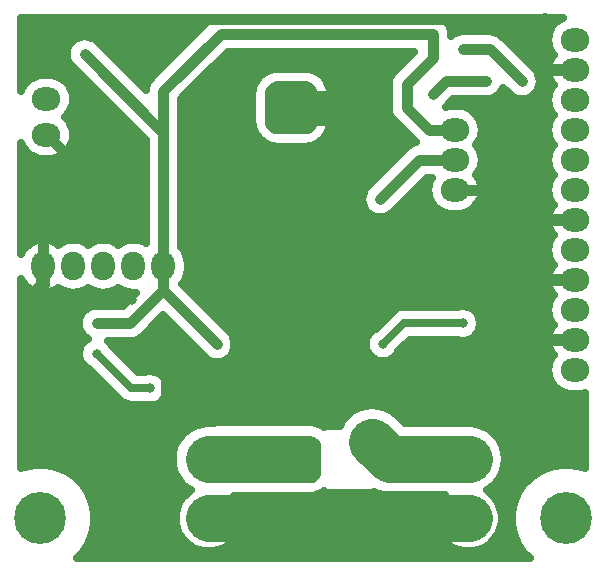
<source format=gbl>
G04 #@! TF.GenerationSoftware,KiCad,Pcbnew,5.0.2+dfsg1-1~bpo9+1*
G04 #@! TF.CreationDate,2019-05-11T00:02:52+03:00*
G04 #@! TF.ProjectId,dled-esp32-controller,646c6564-2d65-4737-9033-322d636f6e74,rev?*
G04 #@! TF.SameCoordinates,Original*
G04 #@! TF.FileFunction,Copper,L2,Bot*
G04 #@! TF.FilePolarity,Positive*
%FSLAX46Y46*%
G04 Gerber Fmt 4.6, Leading zero omitted, Abs format (unit mm)*
G04 Created by KiCad (PCBNEW 5.0.2+dfsg1-1~bpo9+1) date Sb 11 mai 2019 00:02:52 +0300*
%MOMM*%
%LPD*%
G01*
G04 APERTURE LIST*
G04 #@! TA.AperFunction,ComponentPad*
%ADD10O,2.400000X2.000000*%
G04 #@! TD*
G04 #@! TA.AperFunction,ComponentPad*
%ADD11C,3.500000*%
G04 #@! TD*
G04 #@! TA.AperFunction,ComponentPad*
%ADD12O,2.000000X2.400000*%
G04 #@! TD*
G04 #@! TA.AperFunction,Conductor*
%ADD13C,0.100000*%
G04 #@! TD*
G04 #@! TA.AperFunction,ComponentPad*
%ADD14C,4.500000*%
G04 #@! TD*
G04 #@! TA.AperFunction,WasherPad*
%ADD15C,4.400000*%
G04 #@! TD*
G04 #@! TA.AperFunction,ViaPad*
%ADD16C,0.800000*%
G04 #@! TD*
G04 #@! TA.AperFunction,ViaPad*
%ADD17C,1.200000*%
G04 #@! TD*
G04 #@! TA.AperFunction,ViaPad*
%ADD18C,2.300000*%
G04 #@! TD*
G04 #@! TA.AperFunction,Conductor*
%ADD19C,3.000000*%
G04 #@! TD*
G04 #@! TA.AperFunction,Conductor*
%ADD20C,4.000000*%
G04 #@! TD*
G04 #@! TA.AperFunction,Conductor*
%ADD21C,1.000000*%
G04 #@! TD*
G04 #@! TA.AperFunction,Conductor*
%ADD22C,0.900000*%
G04 #@! TD*
G04 #@! TA.AperFunction,Conductor*
%ADD23C,0.640000*%
G04 #@! TD*
G04 #@! TA.AperFunction,Conductor*
%ADD24C,1.200000*%
G04 #@! TD*
G04 #@! TA.AperFunction,Conductor*
%ADD25C,0.700000*%
G04 #@! TD*
G04 #@! TA.AperFunction,Conductor*
%ADD26C,0.254000*%
G04 #@! TD*
G04 APERTURE END LIST*
D10*
G04 #@! TO.P,J5,3*
G04 #@! TO.N,/LEDo2*
X73000000Y-82940000D03*
G04 #@! TO.P,J5,2*
G04 #@! TO.N,GND*
X73000000Y-80400000D03*
G04 #@! TO.P,J5,1*
G04 #@! TO.N,/LEDo1*
X73000000Y-77860000D03*
G04 #@! TD*
G04 #@! TO.P,J2,3*
G04 #@! TO.N,GND*
X73000000Y-70240000D03*
G04 #@! TO.P,J2,2*
G04 #@! TO.N,/U0RXD*
X73000000Y-67700000D03*
G04 #@! TO.P,J2,1*
G04 #@! TO.N,/U0TXD*
X73000000Y-65160000D03*
G04 #@! TD*
D11*
G04 #@! TO.P,J8,2*
G04 #@! TO.N,+5VL*
X64000000Y-90500000D03*
G04 #@! TO.P,J8,1*
G04 #@! TO.N,GND*
X64000000Y-95500000D03*
G04 #@! TD*
G04 #@! TO.P,J9,2*
G04 #@! TO.N,GND*
X42000000Y-95500000D03*
G04 #@! TO.P,J9,1*
G04 #@! TO.N,+5V*
X42000000Y-90500000D03*
G04 #@! TD*
D12*
G04 #@! TO.P,J6,1*
G04 #@! TO.N,GND*
X28000000Y-74160000D03*
G04 #@! TO.P,J6,2*
G04 #@! TO.N,/32*
X30540000Y-74160000D03*
G04 #@! TO.P,J6,3*
G04 #@! TO.N,/33*
X33080000Y-74160000D03*
G04 #@! TO.P,J6,4*
G04 #@! TO.N,/25*
X35620000Y-74160000D03*
G04 #@! TO.P,J6,5*
G04 #@! TO.N,+3V3*
X38160000Y-74160000D03*
G04 #@! TD*
D13*
G04 #@! TO.N,GND*
G04 #@! TO.C,U1*
G36*
X50235269Y-58500417D02*
X50344477Y-58516617D01*
X50451570Y-58543442D01*
X50555519Y-58580636D01*
X50655321Y-58627839D01*
X50750017Y-58684597D01*
X50838692Y-58750363D01*
X50920495Y-58824505D01*
X50994637Y-58906308D01*
X51060403Y-58994983D01*
X51117161Y-59089679D01*
X51164364Y-59189481D01*
X51201558Y-59293430D01*
X51228383Y-59400523D01*
X51244583Y-59509731D01*
X51250000Y-59620000D01*
X51250000Y-61870000D01*
X51244583Y-61980269D01*
X51228383Y-62089477D01*
X51201558Y-62196570D01*
X51164364Y-62300519D01*
X51117161Y-62400321D01*
X51060403Y-62495017D01*
X50994637Y-62583692D01*
X50920495Y-62665495D01*
X50838692Y-62739637D01*
X50750017Y-62805403D01*
X50655321Y-62862161D01*
X50555519Y-62909364D01*
X50451570Y-62946558D01*
X50344477Y-62973383D01*
X50235269Y-62989583D01*
X50125000Y-62995000D01*
X47875000Y-62995000D01*
X47764731Y-62989583D01*
X47655523Y-62973383D01*
X47548430Y-62946558D01*
X47444481Y-62909364D01*
X47344679Y-62862161D01*
X47249983Y-62805403D01*
X47161308Y-62739637D01*
X47079505Y-62665495D01*
X47005363Y-62583692D01*
X46939597Y-62495017D01*
X46882839Y-62400321D01*
X46835636Y-62300519D01*
X46798442Y-62196570D01*
X46771617Y-62089477D01*
X46755417Y-61980269D01*
X46750000Y-61870000D01*
X46750000Y-59620000D01*
X46755417Y-59509731D01*
X46771617Y-59400523D01*
X46798442Y-59293430D01*
X46835636Y-59189481D01*
X46882839Y-59089679D01*
X46939597Y-58994983D01*
X47005363Y-58906308D01*
X47079505Y-58824505D01*
X47161308Y-58750363D01*
X47249983Y-58684597D01*
X47344679Y-58627839D01*
X47444481Y-58580636D01*
X47548430Y-58543442D01*
X47655523Y-58516617D01*
X47764731Y-58500417D01*
X47875000Y-58495000D01*
X50125000Y-58495000D01*
X50235269Y-58500417D01*
X50235269Y-58500417D01*
G37*
D14*
G04 #@! TD*
G04 #@! TO.P,U1,39*
G04 #@! TO.N,GND*
X49000000Y-60745000D03*
D15*
G04 #@! TO.P,H1,*
G04 #@! TO.N,*
X27750000Y-95500000D03*
G04 #@! TD*
G04 #@! TO.P,H2,*
G04 #@! TO.N,*
X72250000Y-95500000D03*
G04 #@! TD*
D10*
G04 #@! TO.P,J1,1*
G04 #@! TO.N,+3V3*
X73000000Y-55000000D03*
G04 #@! TO.P,J1,2*
G04 #@! TO.N,GND*
X73000000Y-57540000D03*
G04 #@! TO.P,J1,3*
G04 #@! TO.N,/SCL*
X73000000Y-60080000D03*
G04 #@! TO.P,J1,4*
G04 #@! TO.N,/SDA*
X73000000Y-62620000D03*
G04 #@! TD*
G04 #@! TO.P,J3,1*
G04 #@! TO.N,/Boot*
X73000000Y-72780000D03*
G04 #@! TO.P,J3,2*
G04 #@! TO.N,GND*
X73000000Y-75320000D03*
G04 #@! TD*
G04 #@! TO.P,J4,1*
G04 #@! TO.N,/Reset*
X28250000Y-60000000D03*
G04 #@! TO.P,J4,2*
G04 #@! TO.N,GND*
X28250000Y-63040000D03*
G04 #@! TD*
G04 #@! TO.P,J7,1*
G04 #@! TO.N,+3V3*
X62840000Y-62620000D03*
G04 #@! TO.P,J7,2*
G04 #@! TO.N,/IO4*
X62840000Y-65160000D03*
G04 #@! TO.P,J7,3*
G04 #@! TO.N,GND*
X62840000Y-67700000D03*
G04 #@! TD*
D16*
G04 #@! TO.N,GND*
X31500000Y-53800000D03*
X44290000Y-74000000D03*
X44290000Y-80750000D03*
X30750000Y-77000000D03*
X53000000Y-60745000D03*
X55250000Y-64500000D03*
X44750000Y-64500000D03*
D17*
X48000000Y-94500000D03*
X53000000Y-94500000D03*
X50500000Y-94500000D03*
X55500000Y-94500000D03*
X58000000Y-94500000D03*
X60500000Y-94500000D03*
X58000000Y-96500000D03*
X55500000Y-96500000D03*
X53000000Y-96500000D03*
X50500000Y-96500000D03*
X48000000Y-96500000D03*
X45500000Y-96500000D03*
X45500000Y-94500000D03*
X60500000Y-96500000D03*
D16*
X70500000Y-53245000D03*
X38500000Y-87500000D03*
X27250000Y-86500000D03*
X30750000Y-86500000D03*
X27250000Y-77000000D03*
X29000000Y-77000000D03*
X34300000Y-91250000D03*
X29000000Y-86500000D03*
X50500000Y-80750000D03*
X56750000Y-82500000D03*
X70500000Y-86750000D03*
X67500000Y-86750000D03*
X73500000Y-86750000D03*
X62000000Y-72000000D03*
X53000000Y-74000000D03*
X50500000Y-76500000D03*
X42000000Y-71710000D03*
X42000000Y-76500000D03*
X70540000Y-57540000D03*
X64750000Y-80750000D03*
X63500000Y-77330000D03*
X35500000Y-82500000D03*
X35500000Y-77000000D03*
X38500000Y-84500000D03*
X67000000Y-67700000D03*
X31500000Y-58800000D03*
X44750000Y-53245000D03*
X55250000Y-53245000D03*
X31500000Y-63250000D03*
X44750000Y-57500000D03*
X55250000Y-57500000D03*
G04 #@! TO.N,+3V3*
X31500000Y-56200000D03*
X42700000Y-80750000D03*
X61000000Y-54500000D03*
X32500000Y-79000000D03*
D17*
G04 #@! TO.N,+5VL*
X60500000Y-91500000D03*
X60500000Y-89500000D03*
D18*
X55850000Y-89000000D03*
D17*
X58750000Y-91500000D03*
X58750000Y-89500000D03*
D16*
G04 #@! TO.N,+5V*
X37000000Y-84500000D03*
D17*
X48000000Y-89500000D03*
X50500000Y-89500000D03*
X45500000Y-91500000D03*
X45500000Y-89500000D03*
D16*
X32500000Y-81550000D03*
G04 #@! TO.N,/SCL*
X63500000Y-55785000D03*
X68500000Y-58500000D03*
G04 #@! TO.N,/SDA*
X61000000Y-59595000D03*
X65500000Y-58500000D03*
G04 #@! TO.N,Net-(R5-Pad2)*
X56750000Y-80750000D03*
X63500000Y-79000000D03*
G04 #@! TO.N,/IO4*
X56500000Y-68500000D03*
G04 #@! TD*
D19*
G04 #@! TO.N,GND*
X49000000Y-60745000D02*
X53000000Y-60745000D01*
D20*
X64000000Y-95500000D02*
X42000000Y-95500000D01*
D21*
X70510000Y-70240000D02*
X70500000Y-70250000D01*
X73000000Y-70240000D02*
X70510000Y-70240000D01*
X70500000Y-75350000D02*
X70500000Y-74000000D01*
X73000000Y-57540000D02*
X70540000Y-57540000D01*
X70500000Y-57500000D02*
X70500000Y-53245000D01*
X70500000Y-74000000D02*
X70500000Y-70250000D01*
X70500000Y-75320000D02*
X70500000Y-80400000D01*
X73000000Y-75320000D02*
X70500000Y-75320000D01*
X73000000Y-80400000D02*
X70500000Y-80400000D01*
X27250000Y-77000000D02*
X27250000Y-86500000D01*
X38500000Y-82500000D02*
X38500000Y-84500000D01*
X36500000Y-91250000D02*
X34300000Y-91250000D01*
X38500000Y-89250000D02*
X36500000Y-91250000D01*
X44290000Y-81960000D02*
X44290000Y-80750000D01*
X43750000Y-82500000D02*
X44290000Y-81960000D01*
X38500000Y-82500000D02*
X43750000Y-82500000D01*
D22*
X50500000Y-80750000D02*
X44290000Y-80750000D01*
D23*
X52250000Y-82500000D02*
X50500000Y-80750000D01*
X56750000Y-82500000D02*
X52250000Y-82500000D01*
D22*
X62000000Y-74000000D02*
X70500000Y-74000000D01*
X70500000Y-80400000D02*
X70500000Y-86750000D01*
X70500000Y-86750000D02*
X73500000Y-86750000D01*
X70500000Y-86750000D02*
X67500000Y-86750000D01*
X53000000Y-74000000D02*
X54000000Y-74000000D01*
X44290000Y-74000000D02*
X53000000Y-74000000D01*
X54000000Y-74000000D02*
X62000000Y-74000000D01*
D23*
X42000000Y-76500000D02*
X44290000Y-76500000D01*
D21*
X44290000Y-76500000D02*
X44290000Y-80750000D01*
X44290000Y-74000000D02*
X44290000Y-76500000D01*
X70540000Y-57540000D02*
X70500000Y-57500000D01*
D24*
X28000000Y-74160000D02*
X28000000Y-75750000D01*
X27250000Y-76500000D02*
X27250000Y-77000000D01*
X28000000Y-75750000D02*
X27250000Y-76500000D01*
D21*
X38500000Y-84500000D02*
X38500000Y-89250000D01*
D22*
X62000000Y-72000000D02*
X62000000Y-74000000D01*
X70450000Y-67700000D02*
X70500000Y-67750000D01*
X62840000Y-67700000D02*
X65500000Y-67700000D01*
D21*
X70500000Y-67750000D02*
X70500000Y-57500000D01*
X70500000Y-70250000D02*
X70500000Y-67750000D01*
D22*
X65500000Y-67700000D02*
X70450000Y-67700000D01*
X44750000Y-53245000D02*
X55250000Y-53245000D01*
X61442070Y-53245000D02*
X70500000Y-53245000D01*
X55250000Y-53245000D02*
X61442070Y-53245000D01*
X40495000Y-53245000D02*
X40490000Y-53250000D01*
X44750000Y-53245000D02*
X40495000Y-53245000D01*
X32050000Y-53250000D02*
X31500000Y-53800000D01*
X40490000Y-53250000D02*
X32050000Y-53250000D01*
X31500000Y-53800000D02*
X31450000Y-53800000D01*
X31450000Y-53800000D02*
X29500000Y-55750000D01*
X29500000Y-56800000D02*
X31500000Y-58800000D01*
X29500000Y-55750000D02*
X29500000Y-56800000D01*
X28000000Y-74160000D02*
X28000000Y-69750000D01*
X31500000Y-66250000D02*
X31500000Y-63250000D01*
X28000000Y-69750000D02*
X31500000Y-66250000D01*
X31500000Y-63250000D02*
X31500000Y-58800000D01*
X28290000Y-63040000D02*
X31500000Y-66250000D01*
X28250000Y-63040000D02*
X28290000Y-63040000D01*
X53000000Y-66750000D02*
X55250000Y-64500000D01*
X53000000Y-74000000D02*
X53000000Y-66750000D01*
G04 #@! TO.N,+3V3*
X38160000Y-76210000D02*
X42700000Y-80750000D01*
X38160000Y-74160000D02*
X38160000Y-76210000D01*
X35370000Y-79000000D02*
X38160000Y-76210000D01*
X32500000Y-79000000D02*
X35370000Y-79000000D01*
X62840000Y-62620000D02*
X60620000Y-62620000D01*
X60620000Y-62620000D02*
X58750000Y-60750000D01*
X61000000Y-56500000D02*
X58750000Y-58750000D01*
X61000000Y-54500000D02*
X61000000Y-56500000D01*
X58750000Y-60750000D02*
X58750000Y-58750000D01*
X38160000Y-62860000D02*
X31500000Y-56200000D01*
X38160000Y-74160000D02*
X38160000Y-62860000D01*
X61000000Y-54500000D02*
X43000000Y-54500000D01*
X38160000Y-59340000D02*
X38160000Y-62860000D01*
X43000000Y-54500000D02*
X38160000Y-59340000D01*
D20*
G04 #@! TO.N,+5VL*
X57350000Y-90500000D02*
X55850000Y-89000000D01*
X64000000Y-90500000D02*
X57350000Y-90500000D01*
G04 #@! TO.N,+5V*
X42000000Y-90500000D02*
X49500000Y-90500000D01*
D23*
X35450000Y-84500000D02*
X32500000Y-81550000D01*
X37000000Y-84500000D02*
X35450000Y-84500000D01*
D22*
G04 #@! TO.N,/SCL*
X65785000Y-55785000D02*
X68500000Y-58500000D01*
X63500000Y-55785000D02*
X65785000Y-55785000D01*
G04 #@! TO.N,/SDA*
X62095000Y-58500000D02*
X61000000Y-59595000D01*
X65500000Y-58500000D02*
X62095000Y-58500000D01*
D23*
G04 #@! TO.N,Net-(R5-Pad2)*
X58500000Y-79000000D02*
X56750000Y-80750000D01*
X63500000Y-79000000D02*
X58500000Y-79000000D01*
D22*
G04 #@! TO.N,/IO4*
X59840000Y-65160000D02*
X62840000Y-65160000D01*
X56500000Y-68500000D02*
X59840000Y-65160000D01*
G04 #@! TD*
D25*
G04 #@! TO.N,GND*
G36*
X71655570Y-53287240D02*
X71343417Y-53543417D01*
X71087240Y-53855570D01*
X70896883Y-54211703D01*
X70779662Y-54598130D01*
X70740081Y-55000000D01*
X70779662Y-55401870D01*
X70896883Y-55788297D01*
X71087240Y-56144430D01*
X71190292Y-56270000D01*
X71087240Y-56395570D01*
X70896883Y-56751703D01*
X70779662Y-57138130D01*
X70740081Y-57540000D01*
X70779662Y-57941870D01*
X70896883Y-58328297D01*
X71087240Y-58684430D01*
X71190292Y-58810000D01*
X71087240Y-58935570D01*
X70896883Y-59291703D01*
X70779662Y-59678130D01*
X70740081Y-60080000D01*
X70779662Y-60481870D01*
X70896883Y-60868297D01*
X71087240Y-61224430D01*
X71190292Y-61350000D01*
X71087240Y-61475570D01*
X70896883Y-61831703D01*
X70779662Y-62218130D01*
X70740081Y-62620000D01*
X70779662Y-63021870D01*
X70896883Y-63408297D01*
X71087240Y-63764430D01*
X71190292Y-63890000D01*
X71087240Y-64015570D01*
X70896883Y-64371703D01*
X70779662Y-64758130D01*
X70740081Y-65160000D01*
X70779662Y-65561870D01*
X70896883Y-65948297D01*
X71087240Y-66304430D01*
X71190292Y-66430000D01*
X71087240Y-66555570D01*
X70896883Y-66911703D01*
X70779662Y-67298130D01*
X70740081Y-67700000D01*
X70779662Y-68101870D01*
X70896883Y-68488297D01*
X71087240Y-68844430D01*
X71190292Y-68970000D01*
X71087240Y-69095570D01*
X70896883Y-69451703D01*
X70779662Y-69838130D01*
X70740081Y-70240000D01*
X70779662Y-70641870D01*
X70896883Y-71028297D01*
X71087240Y-71384430D01*
X71190292Y-71510000D01*
X71087240Y-71635570D01*
X70896883Y-71991703D01*
X70779662Y-72378130D01*
X70740081Y-72780000D01*
X70779662Y-73181870D01*
X70896883Y-73568297D01*
X71087240Y-73924430D01*
X71190292Y-74050000D01*
X71087240Y-74175570D01*
X70896883Y-74531703D01*
X70779662Y-74918130D01*
X70740081Y-75320000D01*
X70779662Y-75721870D01*
X70896883Y-76108297D01*
X71087240Y-76464430D01*
X71190292Y-76590000D01*
X71087240Y-76715570D01*
X70896883Y-77071703D01*
X70779662Y-77458130D01*
X70740081Y-77860000D01*
X70779662Y-78261870D01*
X70896883Y-78648297D01*
X71087240Y-79004430D01*
X71190292Y-79130000D01*
X71087240Y-79255570D01*
X70896883Y-79611703D01*
X70779662Y-79998130D01*
X70740081Y-80400000D01*
X70779662Y-80801870D01*
X70896883Y-81188297D01*
X71087240Y-81544430D01*
X71190292Y-81670000D01*
X71087240Y-81795570D01*
X70896883Y-82151703D01*
X70779662Y-82538130D01*
X70740081Y-82940000D01*
X70779662Y-83341870D01*
X70896883Y-83728297D01*
X71087240Y-84084430D01*
X71343417Y-84396583D01*
X71655570Y-84652760D01*
X72011703Y-84843117D01*
X72398130Y-84960338D01*
X72699291Y-84990000D01*
X73300709Y-84990000D01*
X73601870Y-84960338D01*
X73875000Y-84877485D01*
X73875000Y-91248212D01*
X73577186Y-91124853D01*
X72698136Y-90950000D01*
X71801864Y-90950000D01*
X70922814Y-91124853D01*
X70094767Y-91467842D01*
X69349544Y-91965784D01*
X68715784Y-92599544D01*
X68217842Y-93344767D01*
X67874853Y-94172814D01*
X67700000Y-95051864D01*
X67700000Y-95948136D01*
X67874853Y-96827186D01*
X68217842Y-97655233D01*
X68715784Y-98400456D01*
X69190328Y-98875000D01*
X30809672Y-98875000D01*
X31284216Y-98400456D01*
X31782158Y-97655233D01*
X32125147Y-96827186D01*
X32300000Y-95948136D01*
X32300000Y-95051864D01*
X32125147Y-94172814D01*
X31782158Y-93344767D01*
X31284216Y-92599544D01*
X30650456Y-91965784D01*
X29905233Y-91467842D01*
X29077186Y-91124853D01*
X28198136Y-90950000D01*
X27301864Y-90950000D01*
X26422814Y-91124853D01*
X26125000Y-91248212D01*
X26125000Y-90500000D01*
X38935243Y-90500000D01*
X38994131Y-91097904D01*
X39168534Y-91672832D01*
X39451748Y-92202688D01*
X39832890Y-92667110D01*
X40297312Y-93048252D01*
X40481829Y-93146878D01*
X40215104Y-93325098D01*
X39825098Y-93715104D01*
X39518672Y-94173703D01*
X39307602Y-94683270D01*
X39200000Y-95224224D01*
X39200000Y-95775776D01*
X39307602Y-96316730D01*
X39518672Y-96826297D01*
X39825098Y-97284896D01*
X40215104Y-97674902D01*
X40673703Y-97981328D01*
X41183270Y-98192398D01*
X41724224Y-98300000D01*
X42275776Y-98300000D01*
X42816730Y-98192398D01*
X43326297Y-97981328D01*
X43784896Y-97674902D01*
X44174902Y-97284896D01*
X44481328Y-96826297D01*
X44692398Y-96316730D01*
X44800000Y-95775776D01*
X44800000Y-95224224D01*
X44692398Y-94683270D01*
X44481328Y-94173703D01*
X44174902Y-93715104D01*
X44109798Y-93650000D01*
X50500000Y-93650000D01*
X50724353Y-93627903D01*
X51107036Y-93551783D01*
X51521588Y-93380070D01*
X51742481Y-93232474D01*
X51752513Y-93247487D01*
X51866061Y-93323358D01*
X52000000Y-93350000D01*
X55750000Y-93350000D01*
X55893628Y-93319173D01*
X56004837Y-93239913D01*
X56005099Y-93239493D01*
X56177168Y-93331466D01*
X56752096Y-93505869D01*
X57200169Y-93550000D01*
X57200178Y-93550000D01*
X57349999Y-93564756D01*
X57499820Y-93550000D01*
X61990202Y-93550000D01*
X61825098Y-93715104D01*
X61518672Y-94173703D01*
X61307602Y-94683270D01*
X61200000Y-95224224D01*
X61200000Y-95775776D01*
X61307602Y-96316730D01*
X61518672Y-96826297D01*
X61825098Y-97284896D01*
X62215104Y-97674902D01*
X62673703Y-97981328D01*
X63183270Y-98192398D01*
X63724224Y-98300000D01*
X64275776Y-98300000D01*
X64816730Y-98192398D01*
X65326297Y-97981328D01*
X65784896Y-97674902D01*
X66174902Y-97284896D01*
X66481328Y-96826297D01*
X66692398Y-96316730D01*
X66800000Y-95775776D01*
X66800000Y-95224224D01*
X66692398Y-94683270D01*
X66481328Y-94173703D01*
X66174902Y-93715104D01*
X65784896Y-93325098D01*
X65518171Y-93146878D01*
X65702688Y-93048252D01*
X66167110Y-92667110D01*
X66548252Y-92202688D01*
X66831466Y-91672832D01*
X67005869Y-91097904D01*
X67064757Y-90500000D01*
X67005869Y-89902096D01*
X66831466Y-89327168D01*
X66548252Y-88797312D01*
X66167110Y-88332890D01*
X65702688Y-87951748D01*
X65172832Y-87668534D01*
X64597904Y-87494131D01*
X64149831Y-87450000D01*
X58613351Y-87450000D01*
X57900729Y-86737378D01*
X57552688Y-86451748D01*
X57022831Y-86168534D01*
X56447904Y-85994132D01*
X55850000Y-85935244D01*
X55252096Y-85994132D01*
X54677169Y-86168534D01*
X54147312Y-86451748D01*
X53682890Y-86832890D01*
X53301748Y-87297312D01*
X53113233Y-87650000D01*
X52000000Y-87650000D01*
X51866061Y-87676642D01*
X51752513Y-87752513D01*
X51742481Y-87767526D01*
X51521588Y-87619930D01*
X51107036Y-87448217D01*
X50724353Y-87372097D01*
X50500000Y-87350000D01*
X43000000Y-87350000D01*
X42775647Y-87372097D01*
X42392964Y-87448217D01*
X42388659Y-87450000D01*
X41850169Y-87450000D01*
X41402096Y-87494131D01*
X40827168Y-87668534D01*
X40297312Y-87951748D01*
X39832890Y-88332890D01*
X39451748Y-88797312D01*
X39168534Y-89327168D01*
X38994131Y-89902096D01*
X38935243Y-90500000D01*
X26125000Y-90500000D01*
X26125000Y-75200900D01*
X26287240Y-75504430D01*
X26543417Y-75816583D01*
X26855571Y-76072760D01*
X27211704Y-76263117D01*
X27598131Y-76380338D01*
X28000000Y-76419919D01*
X28401870Y-76380338D01*
X28788297Y-76263117D01*
X29144430Y-76072760D01*
X29270000Y-75969707D01*
X29395571Y-76072760D01*
X29751704Y-76263117D01*
X30138131Y-76380338D01*
X30540000Y-76419919D01*
X30941870Y-76380338D01*
X31328297Y-76263117D01*
X31684430Y-76072760D01*
X31810000Y-75969707D01*
X31935571Y-76072760D01*
X32291704Y-76263117D01*
X32678131Y-76380338D01*
X33080000Y-76419919D01*
X33481870Y-76380338D01*
X33868297Y-76263117D01*
X34224430Y-76072760D01*
X34350000Y-75969707D01*
X34475571Y-76072760D01*
X34831704Y-76263117D01*
X35218131Y-76380338D01*
X35620000Y-76419919D01*
X35851569Y-76397111D01*
X34748681Y-77500000D01*
X32426320Y-77500000D01*
X32205949Y-77521705D01*
X31923198Y-77607476D01*
X31662613Y-77746762D01*
X31434208Y-77934208D01*
X31246762Y-78162613D01*
X31107476Y-78423198D01*
X31021705Y-78705949D01*
X30992743Y-79000000D01*
X31021705Y-79294051D01*
X31107476Y-79576802D01*
X31246762Y-79837387D01*
X31434208Y-80065792D01*
X31662613Y-80253238D01*
X31756058Y-80303186D01*
X31575679Y-80423711D01*
X31373711Y-80625679D01*
X31215027Y-80863167D01*
X31105723Y-81127051D01*
X31050000Y-81407187D01*
X31050000Y-81692813D01*
X31105723Y-81972949D01*
X31215027Y-82236833D01*
X31373711Y-82474321D01*
X31575679Y-82676289D01*
X31813167Y-82834973D01*
X31871778Y-82859251D01*
X34433680Y-85421153D01*
X34476577Y-85473423D01*
X34528846Y-85516319D01*
X34528847Y-85516320D01*
X34685186Y-85644624D01*
X34923187Y-85771838D01*
X35181433Y-85850176D01*
X35449999Y-85876628D01*
X35517293Y-85870000D01*
X36518441Y-85870000D01*
X36577051Y-85894277D01*
X36857187Y-85950000D01*
X37142813Y-85950000D01*
X37422949Y-85894277D01*
X37686833Y-85784973D01*
X37924321Y-85626289D01*
X38126289Y-85424321D01*
X38284973Y-85186833D01*
X38394277Y-84922949D01*
X38450000Y-84642813D01*
X38450000Y-84357187D01*
X38394277Y-84077051D01*
X38284973Y-83813167D01*
X38126289Y-83575679D01*
X37924321Y-83373711D01*
X37686833Y-83215027D01*
X37422949Y-83105723D01*
X37142813Y-83050000D01*
X36857187Y-83050000D01*
X36577051Y-83105723D01*
X36518441Y-83130000D01*
X36017473Y-83130000D01*
X33809251Y-80921778D01*
X33784973Y-80863167D01*
X33626289Y-80625679D01*
X33500610Y-80500000D01*
X35296320Y-80500000D01*
X35370000Y-80507257D01*
X35443680Y-80500000D01*
X35664051Y-80478295D01*
X35946802Y-80392524D01*
X36207387Y-80253238D01*
X36435792Y-80065792D01*
X36482769Y-80008550D01*
X38160000Y-78331320D01*
X41691439Y-81862760D01*
X41862613Y-82003238D01*
X42123197Y-82142524D01*
X42405949Y-82228295D01*
X42700000Y-82257257D01*
X42994051Y-82228295D01*
X43276802Y-82142524D01*
X43537387Y-82003238D01*
X43765791Y-81815791D01*
X43953238Y-81587387D01*
X44092524Y-81326802D01*
X44178295Y-81044051D01*
X44207257Y-80750000D01*
X44193191Y-80607187D01*
X55300000Y-80607187D01*
X55300000Y-80892813D01*
X55355723Y-81172949D01*
X55465027Y-81436833D01*
X55623711Y-81674321D01*
X55825679Y-81876289D01*
X56063167Y-82034973D01*
X56327051Y-82144277D01*
X56607187Y-82200000D01*
X56892813Y-82200000D01*
X57172949Y-82144277D01*
X57436833Y-82034973D01*
X57674321Y-81876289D01*
X57876289Y-81674321D01*
X58034973Y-81436833D01*
X58059251Y-81378222D01*
X59067473Y-80370000D01*
X63018441Y-80370000D01*
X63077051Y-80394277D01*
X63357187Y-80450000D01*
X63642813Y-80450000D01*
X63922949Y-80394277D01*
X64186833Y-80284973D01*
X64424321Y-80126289D01*
X64626289Y-79924321D01*
X64784973Y-79686833D01*
X64894277Y-79422949D01*
X64950000Y-79142813D01*
X64950000Y-78857187D01*
X64894277Y-78577051D01*
X64784973Y-78313167D01*
X64626289Y-78075679D01*
X64424321Y-77873711D01*
X64186833Y-77715027D01*
X63922949Y-77605723D01*
X63642813Y-77550000D01*
X63357187Y-77550000D01*
X63077051Y-77605723D01*
X63018441Y-77630000D01*
X58567294Y-77630000D01*
X58500000Y-77623372D01*
X58432706Y-77630000D01*
X58231433Y-77649824D01*
X57973187Y-77728162D01*
X57735186Y-77855376D01*
X57526577Y-78026577D01*
X57483680Y-78078847D01*
X56121778Y-79440749D01*
X56063167Y-79465027D01*
X55825679Y-79623711D01*
X55623711Y-79825679D01*
X55465027Y-80063167D01*
X55355723Y-80327051D01*
X55300000Y-80607187D01*
X44193191Y-80607187D01*
X44178295Y-80455949D01*
X44092524Y-80173197D01*
X43953238Y-79912613D01*
X43812760Y-79741439D01*
X39738881Y-75667562D01*
X39872760Y-75504430D01*
X40063117Y-75148296D01*
X40180338Y-74761869D01*
X40210000Y-74460708D01*
X40210000Y-73859291D01*
X40180338Y-73558130D01*
X40063117Y-73171703D01*
X39872760Y-72815570D01*
X39660000Y-72556321D01*
X39660000Y-62933677D01*
X39667257Y-62859999D01*
X39660000Y-62786320D01*
X39660000Y-59961319D01*
X40001319Y-59620000D01*
X45694920Y-59620000D01*
X45694920Y-61870000D01*
X45736810Y-62295313D01*
X45860869Y-62704280D01*
X46062330Y-63081188D01*
X46333451Y-63411549D01*
X46663812Y-63682670D01*
X47040720Y-63884131D01*
X47449687Y-64008190D01*
X47875000Y-64050080D01*
X50125000Y-64050080D01*
X50550313Y-64008190D01*
X50959280Y-63884131D01*
X51336188Y-63682670D01*
X51666549Y-63411549D01*
X51937670Y-63081188D01*
X52139131Y-62704280D01*
X52263190Y-62295313D01*
X52305080Y-61870000D01*
X52305080Y-59620000D01*
X52263190Y-59194687D01*
X52139131Y-58785720D01*
X51937670Y-58408812D01*
X51666549Y-58078451D01*
X51336188Y-57807330D01*
X50959280Y-57605869D01*
X50550313Y-57481810D01*
X50125000Y-57439920D01*
X47875000Y-57439920D01*
X47449687Y-57481810D01*
X47040720Y-57605869D01*
X46663812Y-57807330D01*
X46333451Y-58078451D01*
X46062330Y-58408812D01*
X45860869Y-58785720D01*
X45736810Y-59194687D01*
X45694920Y-59620000D01*
X40001319Y-59620000D01*
X43621321Y-56000000D01*
X59378680Y-56000000D01*
X57741445Y-57637236D01*
X57684209Y-57684208D01*
X57496763Y-57912613D01*
X57403678Y-58086762D01*
X57357477Y-58173198D01*
X57271705Y-58455949D01*
X57242743Y-58750000D01*
X57250001Y-58823690D01*
X57250000Y-60676319D01*
X57242743Y-60750000D01*
X57258230Y-60907240D01*
X57271705Y-61044050D01*
X57357476Y-61326801D01*
X57496762Y-61587386D01*
X57684208Y-61815792D01*
X57741450Y-61862769D01*
X59507235Y-63628555D01*
X59550487Y-63681258D01*
X59545949Y-63681705D01*
X59263198Y-63767476D01*
X59002613Y-63906762D01*
X58774208Y-64094208D01*
X58727235Y-64151445D01*
X55387241Y-67491440D01*
X55246763Y-67662614D01*
X55107477Y-67923198D01*
X55021705Y-68205949D01*
X54992743Y-68500000D01*
X55021705Y-68794051D01*
X55107477Y-69076802D01*
X55246763Y-69337386D01*
X55434209Y-69565791D01*
X55662614Y-69753237D01*
X55923198Y-69892523D01*
X56205949Y-69978295D01*
X56500000Y-70007257D01*
X56794051Y-69978295D01*
X57076802Y-69892523D01*
X57337386Y-69753237D01*
X57508560Y-69612759D01*
X60461320Y-66660000D01*
X60871421Y-66660000D01*
X60736883Y-66911703D01*
X60619662Y-67298130D01*
X60580081Y-67700000D01*
X60619662Y-68101870D01*
X60736883Y-68488297D01*
X60927240Y-68844430D01*
X61183417Y-69156583D01*
X61495570Y-69412760D01*
X61851703Y-69603117D01*
X62238130Y-69720338D01*
X62539291Y-69750000D01*
X63140709Y-69750000D01*
X63441870Y-69720338D01*
X63828297Y-69603117D01*
X64184430Y-69412760D01*
X64496583Y-69156583D01*
X64752760Y-68844430D01*
X64943117Y-68488297D01*
X65060338Y-68101870D01*
X65099919Y-67700000D01*
X65060338Y-67298130D01*
X64943117Y-66911703D01*
X64752760Y-66555570D01*
X64649708Y-66430000D01*
X64752760Y-66304430D01*
X64943117Y-65948297D01*
X65060338Y-65561870D01*
X65099919Y-65160000D01*
X65060338Y-64758130D01*
X64943117Y-64371703D01*
X64752760Y-64015570D01*
X64649708Y-63890000D01*
X64752760Y-63764430D01*
X64943117Y-63408297D01*
X65060338Y-63021870D01*
X65099919Y-62620000D01*
X65060338Y-62218130D01*
X64943117Y-61831703D01*
X64752760Y-61475570D01*
X64496583Y-61163417D01*
X64184430Y-60907240D01*
X63828297Y-60716883D01*
X63441870Y-60599662D01*
X63140709Y-60570000D01*
X62539291Y-60570000D01*
X62238130Y-60599662D01*
X62063764Y-60652555D01*
X62716320Y-60000000D01*
X65573680Y-60000000D01*
X65794051Y-59978295D01*
X66076802Y-59892524D01*
X66337387Y-59753238D01*
X66565792Y-59565792D01*
X66753238Y-59337387D01*
X66892524Y-59076802D01*
X66907177Y-59028497D01*
X67491439Y-59612759D01*
X67662613Y-59753238D01*
X67923197Y-59892523D01*
X68205949Y-59978295D01*
X68500000Y-60007257D01*
X68794051Y-59978295D01*
X69076802Y-59892523D01*
X69337387Y-59753238D01*
X69565791Y-59565791D01*
X69753238Y-59337387D01*
X69892523Y-59076802D01*
X69978295Y-58794051D01*
X70007257Y-58500000D01*
X69978295Y-58205949D01*
X69892523Y-57923197D01*
X69753238Y-57662613D01*
X69612759Y-57491439D01*
X66897769Y-54776450D01*
X66850792Y-54719208D01*
X66622387Y-54531762D01*
X66361802Y-54392476D01*
X66079051Y-54306705D01*
X65858680Y-54285000D01*
X65785000Y-54277743D01*
X65711320Y-54285000D01*
X63426320Y-54285000D01*
X63205949Y-54306705D01*
X62923198Y-54392476D01*
X62662613Y-54531762D01*
X62500000Y-54665214D01*
X62500000Y-54573680D01*
X62507257Y-54500000D01*
X62478295Y-54205949D01*
X62392524Y-53923198D01*
X62253238Y-53662613D01*
X62065792Y-53434208D01*
X61837387Y-53246762D01*
X61609587Y-53125000D01*
X71959100Y-53125000D01*
X71655570Y-53287240D01*
X71655570Y-53287240D01*
G37*
X71655570Y-53287240D02*
X71343417Y-53543417D01*
X71087240Y-53855570D01*
X70896883Y-54211703D01*
X70779662Y-54598130D01*
X70740081Y-55000000D01*
X70779662Y-55401870D01*
X70896883Y-55788297D01*
X71087240Y-56144430D01*
X71190292Y-56270000D01*
X71087240Y-56395570D01*
X70896883Y-56751703D01*
X70779662Y-57138130D01*
X70740081Y-57540000D01*
X70779662Y-57941870D01*
X70896883Y-58328297D01*
X71087240Y-58684430D01*
X71190292Y-58810000D01*
X71087240Y-58935570D01*
X70896883Y-59291703D01*
X70779662Y-59678130D01*
X70740081Y-60080000D01*
X70779662Y-60481870D01*
X70896883Y-60868297D01*
X71087240Y-61224430D01*
X71190292Y-61350000D01*
X71087240Y-61475570D01*
X70896883Y-61831703D01*
X70779662Y-62218130D01*
X70740081Y-62620000D01*
X70779662Y-63021870D01*
X70896883Y-63408297D01*
X71087240Y-63764430D01*
X71190292Y-63890000D01*
X71087240Y-64015570D01*
X70896883Y-64371703D01*
X70779662Y-64758130D01*
X70740081Y-65160000D01*
X70779662Y-65561870D01*
X70896883Y-65948297D01*
X71087240Y-66304430D01*
X71190292Y-66430000D01*
X71087240Y-66555570D01*
X70896883Y-66911703D01*
X70779662Y-67298130D01*
X70740081Y-67700000D01*
X70779662Y-68101870D01*
X70896883Y-68488297D01*
X71087240Y-68844430D01*
X71190292Y-68970000D01*
X71087240Y-69095570D01*
X70896883Y-69451703D01*
X70779662Y-69838130D01*
X70740081Y-70240000D01*
X70779662Y-70641870D01*
X70896883Y-71028297D01*
X71087240Y-71384430D01*
X71190292Y-71510000D01*
X71087240Y-71635570D01*
X70896883Y-71991703D01*
X70779662Y-72378130D01*
X70740081Y-72780000D01*
X70779662Y-73181870D01*
X70896883Y-73568297D01*
X71087240Y-73924430D01*
X71190292Y-74050000D01*
X71087240Y-74175570D01*
X70896883Y-74531703D01*
X70779662Y-74918130D01*
X70740081Y-75320000D01*
X70779662Y-75721870D01*
X70896883Y-76108297D01*
X71087240Y-76464430D01*
X71190292Y-76590000D01*
X71087240Y-76715570D01*
X70896883Y-77071703D01*
X70779662Y-77458130D01*
X70740081Y-77860000D01*
X70779662Y-78261870D01*
X70896883Y-78648297D01*
X71087240Y-79004430D01*
X71190292Y-79130000D01*
X71087240Y-79255570D01*
X70896883Y-79611703D01*
X70779662Y-79998130D01*
X70740081Y-80400000D01*
X70779662Y-80801870D01*
X70896883Y-81188297D01*
X71087240Y-81544430D01*
X71190292Y-81670000D01*
X71087240Y-81795570D01*
X70896883Y-82151703D01*
X70779662Y-82538130D01*
X70740081Y-82940000D01*
X70779662Y-83341870D01*
X70896883Y-83728297D01*
X71087240Y-84084430D01*
X71343417Y-84396583D01*
X71655570Y-84652760D01*
X72011703Y-84843117D01*
X72398130Y-84960338D01*
X72699291Y-84990000D01*
X73300709Y-84990000D01*
X73601870Y-84960338D01*
X73875000Y-84877485D01*
X73875000Y-91248212D01*
X73577186Y-91124853D01*
X72698136Y-90950000D01*
X71801864Y-90950000D01*
X70922814Y-91124853D01*
X70094767Y-91467842D01*
X69349544Y-91965784D01*
X68715784Y-92599544D01*
X68217842Y-93344767D01*
X67874853Y-94172814D01*
X67700000Y-95051864D01*
X67700000Y-95948136D01*
X67874853Y-96827186D01*
X68217842Y-97655233D01*
X68715784Y-98400456D01*
X69190328Y-98875000D01*
X30809672Y-98875000D01*
X31284216Y-98400456D01*
X31782158Y-97655233D01*
X32125147Y-96827186D01*
X32300000Y-95948136D01*
X32300000Y-95051864D01*
X32125147Y-94172814D01*
X31782158Y-93344767D01*
X31284216Y-92599544D01*
X30650456Y-91965784D01*
X29905233Y-91467842D01*
X29077186Y-91124853D01*
X28198136Y-90950000D01*
X27301864Y-90950000D01*
X26422814Y-91124853D01*
X26125000Y-91248212D01*
X26125000Y-90500000D01*
X38935243Y-90500000D01*
X38994131Y-91097904D01*
X39168534Y-91672832D01*
X39451748Y-92202688D01*
X39832890Y-92667110D01*
X40297312Y-93048252D01*
X40481829Y-93146878D01*
X40215104Y-93325098D01*
X39825098Y-93715104D01*
X39518672Y-94173703D01*
X39307602Y-94683270D01*
X39200000Y-95224224D01*
X39200000Y-95775776D01*
X39307602Y-96316730D01*
X39518672Y-96826297D01*
X39825098Y-97284896D01*
X40215104Y-97674902D01*
X40673703Y-97981328D01*
X41183270Y-98192398D01*
X41724224Y-98300000D01*
X42275776Y-98300000D01*
X42816730Y-98192398D01*
X43326297Y-97981328D01*
X43784896Y-97674902D01*
X44174902Y-97284896D01*
X44481328Y-96826297D01*
X44692398Y-96316730D01*
X44800000Y-95775776D01*
X44800000Y-95224224D01*
X44692398Y-94683270D01*
X44481328Y-94173703D01*
X44174902Y-93715104D01*
X44109798Y-93650000D01*
X50500000Y-93650000D01*
X50724353Y-93627903D01*
X51107036Y-93551783D01*
X51521588Y-93380070D01*
X51742481Y-93232474D01*
X51752513Y-93247487D01*
X51866061Y-93323358D01*
X52000000Y-93350000D01*
X55750000Y-93350000D01*
X55893628Y-93319173D01*
X56004837Y-93239913D01*
X56005099Y-93239493D01*
X56177168Y-93331466D01*
X56752096Y-93505869D01*
X57200169Y-93550000D01*
X57200178Y-93550000D01*
X57349999Y-93564756D01*
X57499820Y-93550000D01*
X61990202Y-93550000D01*
X61825098Y-93715104D01*
X61518672Y-94173703D01*
X61307602Y-94683270D01*
X61200000Y-95224224D01*
X61200000Y-95775776D01*
X61307602Y-96316730D01*
X61518672Y-96826297D01*
X61825098Y-97284896D01*
X62215104Y-97674902D01*
X62673703Y-97981328D01*
X63183270Y-98192398D01*
X63724224Y-98300000D01*
X64275776Y-98300000D01*
X64816730Y-98192398D01*
X65326297Y-97981328D01*
X65784896Y-97674902D01*
X66174902Y-97284896D01*
X66481328Y-96826297D01*
X66692398Y-96316730D01*
X66800000Y-95775776D01*
X66800000Y-95224224D01*
X66692398Y-94683270D01*
X66481328Y-94173703D01*
X66174902Y-93715104D01*
X65784896Y-93325098D01*
X65518171Y-93146878D01*
X65702688Y-93048252D01*
X66167110Y-92667110D01*
X66548252Y-92202688D01*
X66831466Y-91672832D01*
X67005869Y-91097904D01*
X67064757Y-90500000D01*
X67005869Y-89902096D01*
X66831466Y-89327168D01*
X66548252Y-88797312D01*
X66167110Y-88332890D01*
X65702688Y-87951748D01*
X65172832Y-87668534D01*
X64597904Y-87494131D01*
X64149831Y-87450000D01*
X58613351Y-87450000D01*
X57900729Y-86737378D01*
X57552688Y-86451748D01*
X57022831Y-86168534D01*
X56447904Y-85994132D01*
X55850000Y-85935244D01*
X55252096Y-85994132D01*
X54677169Y-86168534D01*
X54147312Y-86451748D01*
X53682890Y-86832890D01*
X53301748Y-87297312D01*
X53113233Y-87650000D01*
X52000000Y-87650000D01*
X51866061Y-87676642D01*
X51752513Y-87752513D01*
X51742481Y-87767526D01*
X51521588Y-87619930D01*
X51107036Y-87448217D01*
X50724353Y-87372097D01*
X50500000Y-87350000D01*
X43000000Y-87350000D01*
X42775647Y-87372097D01*
X42392964Y-87448217D01*
X42388659Y-87450000D01*
X41850169Y-87450000D01*
X41402096Y-87494131D01*
X40827168Y-87668534D01*
X40297312Y-87951748D01*
X39832890Y-88332890D01*
X39451748Y-88797312D01*
X39168534Y-89327168D01*
X38994131Y-89902096D01*
X38935243Y-90500000D01*
X26125000Y-90500000D01*
X26125000Y-75200900D01*
X26287240Y-75504430D01*
X26543417Y-75816583D01*
X26855571Y-76072760D01*
X27211704Y-76263117D01*
X27598131Y-76380338D01*
X28000000Y-76419919D01*
X28401870Y-76380338D01*
X28788297Y-76263117D01*
X29144430Y-76072760D01*
X29270000Y-75969707D01*
X29395571Y-76072760D01*
X29751704Y-76263117D01*
X30138131Y-76380338D01*
X30540000Y-76419919D01*
X30941870Y-76380338D01*
X31328297Y-76263117D01*
X31684430Y-76072760D01*
X31810000Y-75969707D01*
X31935571Y-76072760D01*
X32291704Y-76263117D01*
X32678131Y-76380338D01*
X33080000Y-76419919D01*
X33481870Y-76380338D01*
X33868297Y-76263117D01*
X34224430Y-76072760D01*
X34350000Y-75969707D01*
X34475571Y-76072760D01*
X34831704Y-76263117D01*
X35218131Y-76380338D01*
X35620000Y-76419919D01*
X35851569Y-76397111D01*
X34748681Y-77500000D01*
X32426320Y-77500000D01*
X32205949Y-77521705D01*
X31923198Y-77607476D01*
X31662613Y-77746762D01*
X31434208Y-77934208D01*
X31246762Y-78162613D01*
X31107476Y-78423198D01*
X31021705Y-78705949D01*
X30992743Y-79000000D01*
X31021705Y-79294051D01*
X31107476Y-79576802D01*
X31246762Y-79837387D01*
X31434208Y-80065792D01*
X31662613Y-80253238D01*
X31756058Y-80303186D01*
X31575679Y-80423711D01*
X31373711Y-80625679D01*
X31215027Y-80863167D01*
X31105723Y-81127051D01*
X31050000Y-81407187D01*
X31050000Y-81692813D01*
X31105723Y-81972949D01*
X31215027Y-82236833D01*
X31373711Y-82474321D01*
X31575679Y-82676289D01*
X31813167Y-82834973D01*
X31871778Y-82859251D01*
X34433680Y-85421153D01*
X34476577Y-85473423D01*
X34528846Y-85516319D01*
X34528847Y-85516320D01*
X34685186Y-85644624D01*
X34923187Y-85771838D01*
X35181433Y-85850176D01*
X35449999Y-85876628D01*
X35517293Y-85870000D01*
X36518441Y-85870000D01*
X36577051Y-85894277D01*
X36857187Y-85950000D01*
X37142813Y-85950000D01*
X37422949Y-85894277D01*
X37686833Y-85784973D01*
X37924321Y-85626289D01*
X38126289Y-85424321D01*
X38284973Y-85186833D01*
X38394277Y-84922949D01*
X38450000Y-84642813D01*
X38450000Y-84357187D01*
X38394277Y-84077051D01*
X38284973Y-83813167D01*
X38126289Y-83575679D01*
X37924321Y-83373711D01*
X37686833Y-83215027D01*
X37422949Y-83105723D01*
X37142813Y-83050000D01*
X36857187Y-83050000D01*
X36577051Y-83105723D01*
X36518441Y-83130000D01*
X36017473Y-83130000D01*
X33809251Y-80921778D01*
X33784973Y-80863167D01*
X33626289Y-80625679D01*
X33500610Y-80500000D01*
X35296320Y-80500000D01*
X35370000Y-80507257D01*
X35443680Y-80500000D01*
X35664051Y-80478295D01*
X35946802Y-80392524D01*
X36207387Y-80253238D01*
X36435792Y-80065792D01*
X36482769Y-80008550D01*
X38160000Y-78331320D01*
X41691439Y-81862760D01*
X41862613Y-82003238D01*
X42123197Y-82142524D01*
X42405949Y-82228295D01*
X42700000Y-82257257D01*
X42994051Y-82228295D01*
X43276802Y-82142524D01*
X43537387Y-82003238D01*
X43765791Y-81815791D01*
X43953238Y-81587387D01*
X44092524Y-81326802D01*
X44178295Y-81044051D01*
X44207257Y-80750000D01*
X44193191Y-80607187D01*
X55300000Y-80607187D01*
X55300000Y-80892813D01*
X55355723Y-81172949D01*
X55465027Y-81436833D01*
X55623711Y-81674321D01*
X55825679Y-81876289D01*
X56063167Y-82034973D01*
X56327051Y-82144277D01*
X56607187Y-82200000D01*
X56892813Y-82200000D01*
X57172949Y-82144277D01*
X57436833Y-82034973D01*
X57674321Y-81876289D01*
X57876289Y-81674321D01*
X58034973Y-81436833D01*
X58059251Y-81378222D01*
X59067473Y-80370000D01*
X63018441Y-80370000D01*
X63077051Y-80394277D01*
X63357187Y-80450000D01*
X63642813Y-80450000D01*
X63922949Y-80394277D01*
X64186833Y-80284973D01*
X64424321Y-80126289D01*
X64626289Y-79924321D01*
X64784973Y-79686833D01*
X64894277Y-79422949D01*
X64950000Y-79142813D01*
X64950000Y-78857187D01*
X64894277Y-78577051D01*
X64784973Y-78313167D01*
X64626289Y-78075679D01*
X64424321Y-77873711D01*
X64186833Y-77715027D01*
X63922949Y-77605723D01*
X63642813Y-77550000D01*
X63357187Y-77550000D01*
X63077051Y-77605723D01*
X63018441Y-77630000D01*
X58567294Y-77630000D01*
X58500000Y-77623372D01*
X58432706Y-77630000D01*
X58231433Y-77649824D01*
X57973187Y-77728162D01*
X57735186Y-77855376D01*
X57526577Y-78026577D01*
X57483680Y-78078847D01*
X56121778Y-79440749D01*
X56063167Y-79465027D01*
X55825679Y-79623711D01*
X55623711Y-79825679D01*
X55465027Y-80063167D01*
X55355723Y-80327051D01*
X55300000Y-80607187D01*
X44193191Y-80607187D01*
X44178295Y-80455949D01*
X44092524Y-80173197D01*
X43953238Y-79912613D01*
X43812760Y-79741439D01*
X39738881Y-75667562D01*
X39872760Y-75504430D01*
X40063117Y-75148296D01*
X40180338Y-74761869D01*
X40210000Y-74460708D01*
X40210000Y-73859291D01*
X40180338Y-73558130D01*
X40063117Y-73171703D01*
X39872760Y-72815570D01*
X39660000Y-72556321D01*
X39660000Y-62933677D01*
X39667257Y-62859999D01*
X39660000Y-62786320D01*
X39660000Y-59961319D01*
X40001319Y-59620000D01*
X45694920Y-59620000D01*
X45694920Y-61870000D01*
X45736810Y-62295313D01*
X45860869Y-62704280D01*
X46062330Y-63081188D01*
X46333451Y-63411549D01*
X46663812Y-63682670D01*
X47040720Y-63884131D01*
X47449687Y-64008190D01*
X47875000Y-64050080D01*
X50125000Y-64050080D01*
X50550313Y-64008190D01*
X50959280Y-63884131D01*
X51336188Y-63682670D01*
X51666549Y-63411549D01*
X51937670Y-63081188D01*
X52139131Y-62704280D01*
X52263190Y-62295313D01*
X52305080Y-61870000D01*
X52305080Y-59620000D01*
X52263190Y-59194687D01*
X52139131Y-58785720D01*
X51937670Y-58408812D01*
X51666549Y-58078451D01*
X51336188Y-57807330D01*
X50959280Y-57605869D01*
X50550313Y-57481810D01*
X50125000Y-57439920D01*
X47875000Y-57439920D01*
X47449687Y-57481810D01*
X47040720Y-57605869D01*
X46663812Y-57807330D01*
X46333451Y-58078451D01*
X46062330Y-58408812D01*
X45860869Y-58785720D01*
X45736810Y-59194687D01*
X45694920Y-59620000D01*
X40001319Y-59620000D01*
X43621321Y-56000000D01*
X59378680Y-56000000D01*
X57741445Y-57637236D01*
X57684209Y-57684208D01*
X57496763Y-57912613D01*
X57403678Y-58086762D01*
X57357477Y-58173198D01*
X57271705Y-58455949D01*
X57242743Y-58750000D01*
X57250001Y-58823690D01*
X57250000Y-60676319D01*
X57242743Y-60750000D01*
X57258230Y-60907240D01*
X57271705Y-61044050D01*
X57357476Y-61326801D01*
X57496762Y-61587386D01*
X57684208Y-61815792D01*
X57741450Y-61862769D01*
X59507235Y-63628555D01*
X59550487Y-63681258D01*
X59545949Y-63681705D01*
X59263198Y-63767476D01*
X59002613Y-63906762D01*
X58774208Y-64094208D01*
X58727235Y-64151445D01*
X55387241Y-67491440D01*
X55246763Y-67662614D01*
X55107477Y-67923198D01*
X55021705Y-68205949D01*
X54992743Y-68500000D01*
X55021705Y-68794051D01*
X55107477Y-69076802D01*
X55246763Y-69337386D01*
X55434209Y-69565791D01*
X55662614Y-69753237D01*
X55923198Y-69892523D01*
X56205949Y-69978295D01*
X56500000Y-70007257D01*
X56794051Y-69978295D01*
X57076802Y-69892523D01*
X57337386Y-69753237D01*
X57508560Y-69612759D01*
X60461320Y-66660000D01*
X60871421Y-66660000D01*
X60736883Y-66911703D01*
X60619662Y-67298130D01*
X60580081Y-67700000D01*
X60619662Y-68101870D01*
X60736883Y-68488297D01*
X60927240Y-68844430D01*
X61183417Y-69156583D01*
X61495570Y-69412760D01*
X61851703Y-69603117D01*
X62238130Y-69720338D01*
X62539291Y-69750000D01*
X63140709Y-69750000D01*
X63441870Y-69720338D01*
X63828297Y-69603117D01*
X64184430Y-69412760D01*
X64496583Y-69156583D01*
X64752760Y-68844430D01*
X64943117Y-68488297D01*
X65060338Y-68101870D01*
X65099919Y-67700000D01*
X65060338Y-67298130D01*
X64943117Y-66911703D01*
X64752760Y-66555570D01*
X64649708Y-66430000D01*
X64752760Y-66304430D01*
X64943117Y-65948297D01*
X65060338Y-65561870D01*
X65099919Y-65160000D01*
X65060338Y-64758130D01*
X64943117Y-64371703D01*
X64752760Y-64015570D01*
X64649708Y-63890000D01*
X64752760Y-63764430D01*
X64943117Y-63408297D01*
X65060338Y-63021870D01*
X65099919Y-62620000D01*
X65060338Y-62218130D01*
X64943117Y-61831703D01*
X64752760Y-61475570D01*
X64496583Y-61163417D01*
X64184430Y-60907240D01*
X63828297Y-60716883D01*
X63441870Y-60599662D01*
X63140709Y-60570000D01*
X62539291Y-60570000D01*
X62238130Y-60599662D01*
X62063764Y-60652555D01*
X62716320Y-60000000D01*
X65573680Y-60000000D01*
X65794051Y-59978295D01*
X66076802Y-59892524D01*
X66337387Y-59753238D01*
X66565792Y-59565792D01*
X66753238Y-59337387D01*
X66892524Y-59076802D01*
X66907177Y-59028497D01*
X67491439Y-59612759D01*
X67662613Y-59753238D01*
X67923197Y-59892523D01*
X68205949Y-59978295D01*
X68500000Y-60007257D01*
X68794051Y-59978295D01*
X69076802Y-59892523D01*
X69337387Y-59753238D01*
X69565791Y-59565791D01*
X69753238Y-59337387D01*
X69892523Y-59076802D01*
X69978295Y-58794051D01*
X70007257Y-58500000D01*
X69978295Y-58205949D01*
X69892523Y-57923197D01*
X69753238Y-57662613D01*
X69612759Y-57491439D01*
X66897769Y-54776450D01*
X66850792Y-54719208D01*
X66622387Y-54531762D01*
X66361802Y-54392476D01*
X66079051Y-54306705D01*
X65858680Y-54285000D01*
X65785000Y-54277743D01*
X65711320Y-54285000D01*
X63426320Y-54285000D01*
X63205949Y-54306705D01*
X62923198Y-54392476D01*
X62662613Y-54531762D01*
X62500000Y-54665214D01*
X62500000Y-54573680D01*
X62507257Y-54500000D01*
X62478295Y-54205949D01*
X62392524Y-53923198D01*
X62253238Y-53662613D01*
X62065792Y-53434208D01*
X61837387Y-53246762D01*
X61609587Y-53125000D01*
X71959100Y-53125000D01*
X71655570Y-53287240D01*
G36*
X42221985Y-53215027D02*
X42162613Y-53246762D01*
X41934208Y-53434208D01*
X41887240Y-53491439D01*
X37151450Y-58227231D01*
X37094208Y-58274208D01*
X36906762Y-58502614D01*
X36767476Y-58763199D01*
X36739456Y-58855570D01*
X36681705Y-59045949D01*
X36662478Y-59241159D01*
X32508560Y-55087241D01*
X32337386Y-54946763D01*
X32076802Y-54807477D01*
X31794051Y-54721705D01*
X31500000Y-54692743D01*
X31205949Y-54721705D01*
X30923198Y-54807477D01*
X30662614Y-54946763D01*
X30434209Y-55134209D01*
X30246763Y-55362614D01*
X30107477Y-55623198D01*
X30021705Y-55905949D01*
X29992743Y-56200000D01*
X30021705Y-56494051D01*
X30107477Y-56776802D01*
X30246763Y-57037386D01*
X30387241Y-57208560D01*
X36660001Y-63481321D01*
X36660000Y-72191421D01*
X36408296Y-72056883D01*
X36021869Y-71939662D01*
X35620000Y-71900081D01*
X35218130Y-71939662D01*
X34831703Y-72056883D01*
X34475570Y-72247240D01*
X34350000Y-72350292D01*
X34224430Y-72247240D01*
X33868296Y-72056883D01*
X33481869Y-71939662D01*
X33080000Y-71900081D01*
X32678130Y-71939662D01*
X32291703Y-72056883D01*
X31935570Y-72247240D01*
X31810000Y-72350292D01*
X31684430Y-72247240D01*
X31328296Y-72056883D01*
X30941869Y-71939662D01*
X30540000Y-71900081D01*
X30138130Y-71939662D01*
X29751703Y-72056883D01*
X29395570Y-72247240D01*
X29270000Y-72350292D01*
X29144430Y-72247240D01*
X28788296Y-72056883D01*
X28401869Y-71939662D01*
X28000000Y-71900081D01*
X27598130Y-71939662D01*
X27211703Y-72056883D01*
X26855570Y-72247240D01*
X26543417Y-72503417D01*
X26287240Y-72815570D01*
X26125000Y-73119101D01*
X26125000Y-63756158D01*
X26146883Y-63828297D01*
X26337240Y-64184430D01*
X26593417Y-64496583D01*
X26905570Y-64752760D01*
X27261703Y-64943117D01*
X27648130Y-65060338D01*
X27949291Y-65090000D01*
X28550709Y-65090000D01*
X28851870Y-65060338D01*
X29238297Y-64943117D01*
X29594430Y-64752760D01*
X29906583Y-64496583D01*
X30162760Y-64184430D01*
X30353117Y-63828297D01*
X30470338Y-63441870D01*
X30509919Y-63040000D01*
X30470338Y-62638130D01*
X30353117Y-62251703D01*
X30162760Y-61895570D01*
X29906583Y-61583417D01*
X29829309Y-61520000D01*
X29906583Y-61456583D01*
X30162760Y-61144430D01*
X30353117Y-60788297D01*
X30470338Y-60401870D01*
X30509919Y-60000000D01*
X30470338Y-59598130D01*
X30353117Y-59211703D01*
X30162760Y-58855570D01*
X29906583Y-58543417D01*
X29594430Y-58287240D01*
X29238297Y-58096883D01*
X28851870Y-57979662D01*
X28550709Y-57950000D01*
X27949291Y-57950000D01*
X27648130Y-57979662D01*
X27261703Y-58096883D01*
X26905570Y-58287240D01*
X26593417Y-58543417D01*
X26337240Y-58855570D01*
X26146883Y-59211703D01*
X26125000Y-59283842D01*
X26125000Y-53125000D01*
X42390412Y-53125000D01*
X42221985Y-53215027D01*
X42221985Y-53215027D01*
G37*
X42221985Y-53215027D02*
X42162613Y-53246762D01*
X41934208Y-53434208D01*
X41887240Y-53491439D01*
X37151450Y-58227231D01*
X37094208Y-58274208D01*
X36906762Y-58502614D01*
X36767476Y-58763199D01*
X36739456Y-58855570D01*
X36681705Y-59045949D01*
X36662478Y-59241159D01*
X32508560Y-55087241D01*
X32337386Y-54946763D01*
X32076802Y-54807477D01*
X31794051Y-54721705D01*
X31500000Y-54692743D01*
X31205949Y-54721705D01*
X30923198Y-54807477D01*
X30662614Y-54946763D01*
X30434209Y-55134209D01*
X30246763Y-55362614D01*
X30107477Y-55623198D01*
X30021705Y-55905949D01*
X29992743Y-56200000D01*
X30021705Y-56494051D01*
X30107477Y-56776802D01*
X30246763Y-57037386D01*
X30387241Y-57208560D01*
X36660001Y-63481321D01*
X36660000Y-72191421D01*
X36408296Y-72056883D01*
X36021869Y-71939662D01*
X35620000Y-71900081D01*
X35218130Y-71939662D01*
X34831703Y-72056883D01*
X34475570Y-72247240D01*
X34350000Y-72350292D01*
X34224430Y-72247240D01*
X33868296Y-72056883D01*
X33481869Y-71939662D01*
X33080000Y-71900081D01*
X32678130Y-71939662D01*
X32291703Y-72056883D01*
X31935570Y-72247240D01*
X31810000Y-72350292D01*
X31684430Y-72247240D01*
X31328296Y-72056883D01*
X30941869Y-71939662D01*
X30540000Y-71900081D01*
X30138130Y-71939662D01*
X29751703Y-72056883D01*
X29395570Y-72247240D01*
X29270000Y-72350292D01*
X29144430Y-72247240D01*
X28788296Y-72056883D01*
X28401869Y-71939662D01*
X28000000Y-71900081D01*
X27598130Y-71939662D01*
X27211703Y-72056883D01*
X26855570Y-72247240D01*
X26543417Y-72503417D01*
X26287240Y-72815570D01*
X26125000Y-73119101D01*
X26125000Y-63756158D01*
X26146883Y-63828297D01*
X26337240Y-64184430D01*
X26593417Y-64496583D01*
X26905570Y-64752760D01*
X27261703Y-64943117D01*
X27648130Y-65060338D01*
X27949291Y-65090000D01*
X28550709Y-65090000D01*
X28851870Y-65060338D01*
X29238297Y-64943117D01*
X29594430Y-64752760D01*
X29906583Y-64496583D01*
X30162760Y-64184430D01*
X30353117Y-63828297D01*
X30470338Y-63441870D01*
X30509919Y-63040000D01*
X30470338Y-62638130D01*
X30353117Y-62251703D01*
X30162760Y-61895570D01*
X29906583Y-61583417D01*
X29829309Y-61520000D01*
X29906583Y-61456583D01*
X30162760Y-61144430D01*
X30353117Y-60788297D01*
X30470338Y-60401870D01*
X30509919Y-60000000D01*
X30470338Y-59598130D01*
X30353117Y-59211703D01*
X30162760Y-58855570D01*
X29906583Y-58543417D01*
X29594430Y-58287240D01*
X29238297Y-58096883D01*
X28851870Y-57979662D01*
X28550709Y-57950000D01*
X27949291Y-57950000D01*
X27648130Y-57979662D01*
X27261703Y-58096883D01*
X26905570Y-58287240D01*
X26593417Y-58543417D01*
X26337240Y-58855570D01*
X26146883Y-59211703D01*
X26125000Y-59283842D01*
X26125000Y-53125000D01*
X42390412Y-53125000D01*
X42221985Y-53215027D01*
D26*
G04 #@! TO.N,+5V*
G36*
X50833130Y-88695752D02*
X51115545Y-88884455D01*
X51304248Y-89166870D01*
X51373000Y-89512509D01*
X51373000Y-91487491D01*
X51304248Y-91833130D01*
X51115545Y-92115545D01*
X50833130Y-92304248D01*
X50487491Y-92373000D01*
X43012509Y-92373000D01*
X42666870Y-92304248D01*
X42384455Y-92115545D01*
X42195752Y-91833130D01*
X42127000Y-91487491D01*
X42127000Y-89512509D01*
X42195752Y-89166870D01*
X42384455Y-88884455D01*
X42666870Y-88695752D01*
X43012509Y-88627000D01*
X50487491Y-88627000D01*
X50833130Y-88695752D01*
X50833130Y-88695752D01*
G37*
X50833130Y-88695752D02*
X51115545Y-88884455D01*
X51304248Y-89166870D01*
X51373000Y-89512509D01*
X51373000Y-91487491D01*
X51304248Y-91833130D01*
X51115545Y-92115545D01*
X50833130Y-92304248D01*
X50487491Y-92373000D01*
X43012509Y-92373000D01*
X42666870Y-92304248D01*
X42384455Y-92115545D01*
X42195752Y-91833130D01*
X42127000Y-91487491D01*
X42127000Y-89512509D01*
X42195752Y-89166870D01*
X42384455Y-88884455D01*
X42666870Y-88695752D01*
X43012509Y-88627000D01*
X50487491Y-88627000D01*
X50833130Y-88695752D01*
G04 #@! TD*
M02*

</source>
